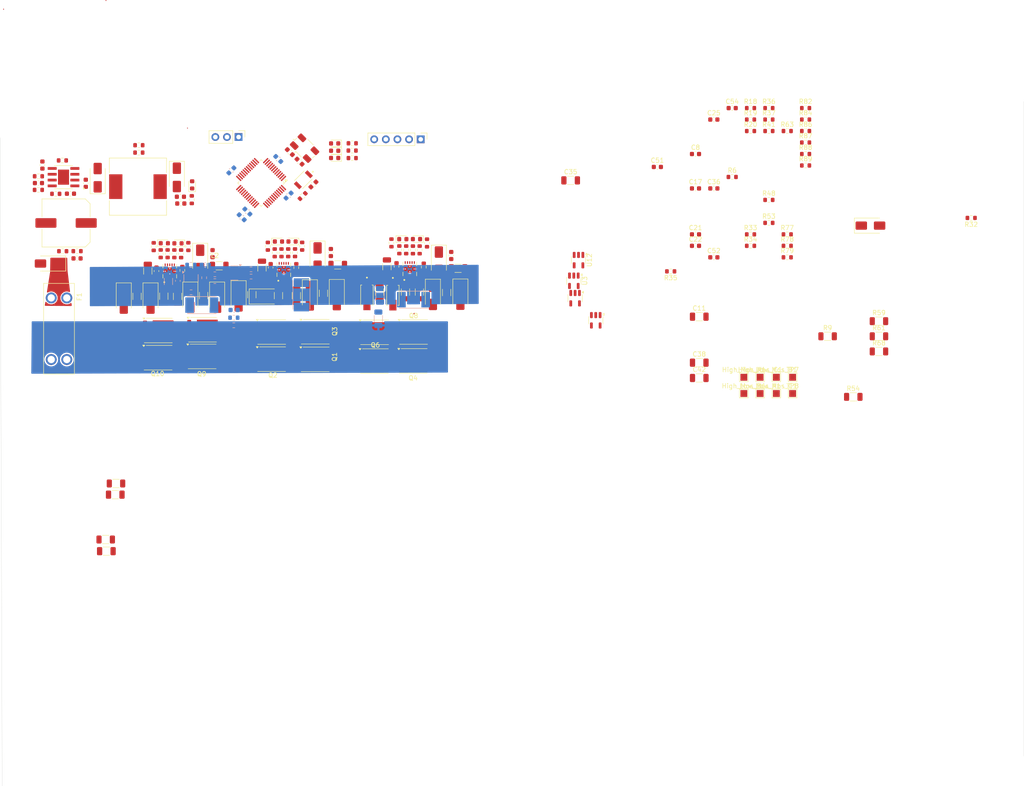
<source format=kicad_pcb>
(kicad_pcb (version 20241229) (generator "pcbnew") (generator_version "9.0")
  (layers (0 "F.Cu" signal) (2 "B.Cu" signal) (13 "F.Paste" user) (15 "B.Paste" user) (5 "F.SilkS" user "F.Silkscreen") (7 "B.SilkS" user "B.Silkscreen") (1 "F.Mask" user) (3 "B.Mask" user) (25 "Edge.Cuts" user))
  (net 0 "")
  (net 1 "VIN")
  (net 2 "GND")
  (net 3 "VCC")
  (net 4 "VPH_A")
  (net 5 "Net-(D2-K)")
  (net 6 "Phase_B_HO")
  (net 7 "Net-(D10-A)")
  (net 8 "+3v3")
  (net 9 "VSENSE_A")
  (net 11 "VISENSE_C")
  (net 12 "HIN_B")
  (net 13 "Net-(D11-K)")
  (net 15 "VISENSE_B")
  (net 17 "HIN_A")
  (net 18 "User_LED_2")
  (net 20 "User_LED_1")
  (net 21 "Net-(D7-A)")
  (net 22 "Net-(D12-A)")
  (net 24 "LIN_B")
  (net 25 "VSENSE_B")
  (net 27 "Net-(D5-A)")
  (net 29 "MCU_RST")
  (net 30 "User_UART_Rx")
  (net 32 "LIN_A")
  (net 33 "Phase_C_En")
  (net 34 "MCU_SWDIO")
  (net 35 "User_LED_3")
  (net 36 "HIN_C")
  (net 37 "VISENSE_A")
  (net 39 "MCU_SWCLK")
  (net 41 "Phase_A_En")
  (net 43 "VSENSE_C")
  (net 44 "Net-(D26-K)")
  (net 45 "Phase_B_En")
  (net 46 "Net-(C19-Pad2)")
  (net 47 "Net-(D4-K)")
  (net 48 "Net-(U12-+)")
  (net 49 "Net-(U12--)")
  (net 50 "Net-(D14-A)")
  (net 51 "Net-(D17-A)")
  (net 52 "VPH_C")
  (net 53 "Net-(D8-A)")
  (net 54 "VPH_B")
  (net 55 "Net-(U2-FB)")
  (net 56 "Net-(U2-EN)")
  (net 57 "Net-(U2-BST)")
  (net 58 "Net-(U2-FSW)")
  (net 59 "Net-(U2-SS)")
  (net 60 "Net-(U2-COMP)")
  (net 61 "Net-(U3-+)")
  (net 62 "Phase_C_HO")
  (net 63 "Net-(U7-+)")
  (net 64 "Net-(U7--)")
  (net 65 "Net-(U8-+)")
  (net 66 "Net-(R18-Pad2)")
  (net 67 "Net-(D13-A)")
  (net 68 "Net-(D16-A)")
  (net 69 "Phase_A_HO")
  (net 70 "Net-(D18-A)")
  (net 71 "Net-(D20-A)")
  (net 72 "Net-(D3-A)")
  (net 73 "Net-(Q1-S-Pad1)")
  (net 74 "Net-(D6-A)")
  (net 75 "Net-(Q4-S-Pad1)")
  (net 76 "Net-(Q11-S-Pad1)")
  (net 77 "I_SENSE_C")
  (net 78 "V_SENSE_C")
  (net 79 "Net-(R60-Pad2)")
  (net 80 "Net-(U1-PD0)")
  (net 81 "Net-(R82-Pad2)")
  (net 82 "Net-(U10--)")
  (net 83 "Net-(U10-+)")
  (net 84 "Net-(U11-+)")
  (net 85 "Net-(U1-PD1)")
  (net 86 "VCC_Sense")
  (net 87 "I_SENSE_A")
  (net 88 "V_SENSE_A")
  (net 89 "I_SENSE_B")
  (net 90 "V_SENSE_B")
  (net 91 "Phase_B_LO")
  (net 92 "Net-(D9-K)")
  (net 93 "+3V3")
  (net 94 "Net-(D19-K)")
  (net 95 "Net-(D21-K)")
  (net 96 "Net-(D22-K)")
  (net 97 "Net-(D23-K)")
  (net 98 "Net-(D24-K)")
  (net 99 "Net-(D25-K)")
  (net 100 "Net-(U5-HI)")
  (net 101 "Net-(U5-LI)")
  (net 102 "Net-(U6-HI)")
  (net 103 "Net-(U6-LI)")
  (net 104 "Phase_C_Opamp+")
  (net 105 "Phase_C_Opamp-")
  (net 106 "Vref_C")
  (net 107 "Phase_C_LO")
  (net 108 "Net-(U4-HI)")
  (net 109 "Net-(U4-LI)")
  (net 110 "Phase_A_LO")
  (net 111 "Phase_A_Opamp+")
  (net 112 "Phase_A_Opamp-")
  (net 113 "Vref_A")
  (net 114 "Net-(C42-Pad1)")
  (net 115 "Phase_B_Opamp+")
  (net 116 "Vref_b")
  (net 117 "Net-(C10-Pad1)")
  (net 118 "Net-(C11-Pad2)")
  (net 119 "Net-(C16-Pad2)")
  (net 120 "Net-(C38-Pad2)")
  (net 121 "Net-(C45-Pad1)")
  (net 122 "Net-(C53-Pad1)")
  (net 131 "Net-(D15-K)")
  (net 132 "Net-(D27-K)")
  (net 133 "Net-(D28-K)")
  (net 134 "Net-(D29-A)")
  (net 135 "LIN_C")
  (net 136 "MCU_GND")
  (net 137 "User_UART_Tx")
  (footprint "Diode_SMD:D_SMA" (layer "F.Cu") (at 72.95 57.9 -90)
    (property "Reference" "D20" (hide yes))
    (property "Value" "CDBA540-HF" (hide yes))
  )
  (footprint "Resistor_SMD:R_0603_1608Metric" (layer "F.Cu") (at 217.9225 46.29)
    (property "Reference" "R78")
    (property "Value" "1k_603")
  )
  (footprint "Resistor_SMD:R_0603_1608Metric" (layer "F.Cu") (at 110.37 47.8 -90)
    (property "Reference" "R13" (hide yes))
    (property "Value" "10k_603" (hide yes))
  )
  (footprint "Resistor_SMD:R_1206_3216Metric" (layer "F.Cu") (at 100.94 56.97 -90)
    (property "Reference" "R80" (hide yes))
    (property "Value" "22R_1206" (hide yes))
  )
  (footprint "Diode_SMD:D_SMA" (layer "F.Cu") (at 93.35 57.7125 -90)
    (property "Reference" "D14" (hide yes))
    (property "Value" "CDBA540-HF" (hide yes))
  )
  (footprint "Resistor_SMD:R_0603_1608Metric" (layer "F.Cu") (at 209.9025 16.17)
    (property "Reference" "R18")
    (property "Value" "56k_603")
  )
  (footprint "Capacitor_SMD:C_0603_1608Metric" (layer "F.Cu") (at 201.8825 33.74)
    (property "Reference" "C36")
    (property "Value" "100n_603")
  )
  (footprint "Package_TO_SOT_SMD:TDSON-8-1" (layer "F.Cu") (at 90.07 70.47)
    (property "Reference" "Q9")
    (property "Value" "FDMS86550" (hide yes))
  )
  (footprint "LED_SMD:LED_0603_1608Metric" (layer "F.Cu") (at 119.0325 23.9 180)
    (property "Reference" "D27" (hide yes))
    (property "Value" "Blue_LED" (hide yes))
  )
  (footprint "LED_SMD:LED_0603_1608Metric" (layer "F.Cu") (at 87.89 32.9625 90)
    (property "Reference" "D9" (hide yes))
    (property "Value" "PWR_LED" (hide yes))
  )
  (footprint "Package_TO_SOT_SMD:TDSON-8-1" (layer "F.Cu") (at 80.45 70.75)
    (property "Reference" "Q10")
    (property "Value" "FDMS86550" (hide yes))
  )
  (footprint "Resistor_SMD:R_0603_1608Metric" (layer "F.Cu") (at 76.25 24.29)
    (property "Reference" "R23" (hide yes))
    (property "Value" "10k_603" (hide yes))
  )
  (footprint "Diode_SMD:D_SMA" (layer "F.Cu") (at 56.75 50.16 180)
    (property "Reference" "D1" (hide yes))
    (property "Value" "CDBA540-HF" (hide yes))
  )
  (footprint "Capacitor_SMD:C_0603_1608Metric" (layer "F.Cu") (at 201.8825 18.68)
    (property "Reference" "C25")
    (property "Value" "100n")
  )
  (footprint "Package_TO_SOT_SMD:TDSON-8-1" (layer "F.Cu") (at 105.27 65.125)
    (property "Reference" "Q5" (hide yes))
    (property "Value" "FDMS86550" (hide yes))
  )
  (footprint "Diode_SMD:D_SMA" (layer "F.Cu") (at 146.5 57.05 -90)
    (property "Reference" "D8" (hide yes))
    (property "Value" "CDBA540-HF" (hide yes))
  )
  (footprint "Library:ES1J_Diode" (layer "F.Cu") (at 131.75 57.1125 -90)
    (property "Reference" "D7" (hide yes))
    (property "Value" "CDBA540-HF" (hide yes))
  )
  (footprint "LED_SMD:LED_0603_1608Metric" (layer "F.Cu") (at 136.91 44.815 180)
    (property "Reference" "D24" (hide yes))
    (property "Value" "Blue_LED" (hide yes))
  )
  (footprint "Capacitor_SMD:C_0603_1608Metric" (layer "F.Cu") (at 197.8725 43.78)
    (property "Reference" "C21")
    (property "Value" "100n_603")
  )
  (footprint "Diode_SMD:D_SMA" (layer "F.Cu") (at 84.55 31.32 -90)
    (property "Reference" "D29" (hide yes))
    (property "Value" "CDBA540-HF" (hide yes))
  )
  (footprint "Diode_SMD:D_SMA" (layer "F.Cu") (at 119.5 57.15 -90)
    (property "Reference" "D3" (hide yes))
    (property "Value" "CDBA540-HF" (hide yes))
  )
  (footprint "Capacitor_SMD:C_0603_1608Metric" (layer "F.Cu") (at 201.8825 48.8)
    (property "Reference" "C52")
    (property "Value" "100n_603")
  )
  (footprint "Resistor_SMD:R_0603_1608Metric" (layer "F.Cu") (at 108.88 47.805 -90)
    (property "Reference" "R10" (hide yes))
    (property "Value" "33R_603" (hide yes))
  )
  (footprint "Resistor_SMD:R_0603_1608Metric" (layer "F.Cu") (at 133.16 47.155 90)
    (property "Reference" "R5" (hide yes))
    (property "Value" "10k_603" (hide yes))
  )
  (footprint "Resistor_SMD:R_0603_1608Metric" (layer "F.Cu") (at 79.49 46.46 -90)
    (property "Reference" "R94" (hide yes))
    (property "Value" "1k_603" (hide yes))
  )
  (footprint "Package_TO_SOT_SMD:TDSON-8-1" (layer "F.Cu") (at 127.705 71.485)
    (property "Reference" "Q6")
    (property "Value" "FDMS86550" (hide yes))
  )
  (footprint "Library:UCC27282" (layer "F.Cu") (at 107.92 51.525 90)
    (property "Reference" "U6" (hide yes))
    (property "Value" "UCC27282DRCT" (hide yes))
  )
  (footprint "LED_SMD:LED_0603_1608Metric" (layer "F.Cu") (at 119.035 25.5 180)
    (property "Reference" "D28" (hide yes))
    (property "Value" "Green_LED" (hide yes))
  )
  (footprint "Resistor_SMD:R_0603_1608Metric" (layer "F.Cu") (at 217.9225 43.78)
    (property "Reference" "R77")
    (property "Value" "1k_603")
  )
  (footprint "Capacitor_SMD:C_0603_1608Metric" (layer "F.Cu") (at 54.305 32.565)
    (property "Reference" "C18" (hide yes))
    (property "Value" "100n_603" (hide yes))
  )
  (footprint "Resistor_SMD:R_1206_3216Metric" (layer "F.Cu") (at 116.58 56.66 -90)
    (property "Reference" "R30" (hide yes))
    (property "Value" "22R_1206" (hide yes))
  )
  (footprint "Resistor_SMD:R_1206_3216Metric" (layer "F.Cu") (at 237.9625 69.38)
    (property "Reference" "R68")
    (property "Value" "10k_1206")
  )
  (footprint "Resistor_SMD:R_0603_1608Metric" (layer "F.Cu") (at 59.61 47.46)
    (property "Reference" "R1" (hide yes))
    (property "Value" "47k_603" (hide yes))
  )
  (footprint "Resistor_SMD:R_0603_1608Metric" (layer "F.Cu") (at 213.9125 41.27)
    (property "Reference" "R53")
    (property "Value" "10k_603")
  )
  (footprint "Capacitor_SMD:C_1206_3216Metric" (layer "F.Cu") (at 93.8 50.65)
    (property "Reference" "C2" (hide yes))
    (property "Value" "2.2u" (hide yes))
  )
  (footprint "Resistor_SMD:R_0603_1608Metric" (layer "F.Cu") (at 87.06 46.445 -90)
    (property "Reference" "R93" (hide yes))
    (property "Value" "1k_603" (hide yes))
  )
  (footprint "Library:AOZ12894pı" (layer "F.Cu") (at 59.785 31.275 180)
    (property "Reference" "U2" (hide yes))
    (property "Value" "AOZ1284PI" (hide yes))
  )
  (footprint "Capacitor_SMD:C_1206_3216Metric" (layer "F.Cu") (at 69.145 113.05)
    (property "Reference" "C16" (hide yes))
    (property "Value" "C_Snubber" (hide yes))
  )
  (footprint "TestPoint:TestPoint_Pad_1.5x1.5mm" (layer "F.Cu") (at 211.9925 78.58)
    (property "Reference" "Low_Mos_A1")
    (property "Value" "TestPoint")
  )
  (footprint "Package_TO_SOT_SMD:TDSON-8-1" (layer "F.Cu") (at 114.77 71.11)
    (property "Reference" "Q1")
    (property "Value" "FDMS86550" (hide yes))
  )
  (footprint "Resistor_SMD:R_1206_3216Metric" (layer "F.Cu") (at 137.55 56.4 -90)
    (property "Reference" "R15" (hide yes))
    (property "Value" "22R_1206" (hide yes))
  )
  (footprint "Resistor_SMD:R_0603_1608Metric" (layer "F.Cu") (at 213.9125 36.25)
    (property "Reference" "R48")
    (property "Value" "10k_603")
  )
  (footprint "Capacitor_SMD:C_0603_1608Metric" (layer "F.Cu") (at 55.17 28.63 -90)
    (property "Reference" "C19" (hide yes))
    (property "Value" "1n_603" (hide yes))
  )
  (footprint "Diode_SMD:D_SMA" (layer "F.Cu") (at 236.1025 41.87)
    (property "Reference" "D10" (hide yes))
    (property "Value" "CDBA540-HF" (hide yes))
  )
  (footprint "Resistor_SMD:R_0603_1608Metric" (layer "F.Cu") (at 221.9325 16.17)
    (property "Reference" "R82")
    (property "Value" "56k_603")
  )
  (footprint "Capacitor_SMD:C_0603_1608Metric" (layer "F.Cu") (at 205.8925 16.17)
    (property "Reference" "C54")
    (property "Value" "10n_603")
  )
  (footprint "Library:FUSE_3557-2" (layer "F.Cu") (at 58.8 64.415 -90)
    (property "Reference" "F1")
    (property "Value" "Fuse")
  )
  (footprint "Resistor_SMD:R_0603_1608Metric" (layer "F.Cu") (at 110.65 51.06 -90)
    (property "Reference" "R12" (hide yes))
    (property "Value" "10k_603" (hide yes))
  )
  (footprint "Diode_SMD:D_SMA" (layer "F.Cu") (at 98.04 57.42 -90)
    (property "Reference" "D18" (hide yes))
    (property "Value" "CDBA540-HF" (hide yes))
  )
  (footprint "LED_SMD:LED_0603_1608Metric" (layer "F.Cu") (at 119.0275 27.08 180)
    (property "Reference" "D15" (hide yes))
    (property "Value" "Red_LED" (hide yes))
  )
  (footprint "Resistor_SMD:R_1206_3216Metric" (layer "F.Cu") (at 81.7 57.3 -90)
    (property "Reference" "R50" (hide yes))
    (property "Value" "22R_1206" (hide yes))
  )
  (footprint "TestPoint:TestPoint_Pad_1.5x1.5mm" (layer "F.Cu") (at 211.9925 75.03)
    (property "Reference" "High_Mos_C1")
    (property "Value" "TestPoint")
  )
  (footprint "Capacitor_SMD:C_0603_1608Metric" (layer "F.Cu") (at 109.235685 25.802742 -45)
    (property "Reference" "C28" (hide yes))
    (property "Value" "22p" (hide yes))
  )
  (footprint "TestPoint:TestPoint_Pad_1.5x1.5mm" (layer "F.Cu") (at 219.0925 75.03)
    (property "Reference" "TP7")
    (property "Value" "TestPoint")
  )
  (footprint "Capacitor_SMD:C_0603_1608Metric" (layer "F.Cu") (at 111.355685 27.882742 135)
    (property "Reference" "C27" (hide yes))
    (property "Value" "22p" (hide yes))
  )
  (footprint "Resistor_SMD:R_1206_3216Metric" (layer "F.Cu") (at 128.85 56.4 -90)
    (property "Reference" "R39" (hide yes))
    (property "Value" "22R_1206" (hide yes))
  )
  (footprint "Capacitor_SMD:C_1206_3216Metric" (layer "F.Cu") (at 119.7 50.45)
    (property "Reference" "C12" (hide yes))
    (property "Value" "2.2u_1206" (hide yes))
  )
  (footprint "Capacitor_SMD:C_1206_3216Metric" (layer "F.Cu") (at 170.5925 31.98)
    (property "Reference" "C35")
    (property "Value" "1u_603")
  )
  (footprint "Resistor_SMD:R_0603_1608Metric" (layer "F.Cu") (at 221.9325 23.7)
    (property "Reference" "R87")
    (property "Value" "10k_603")
  )
  (footprint "Diode_SMD:D_SMA" (layer "F.Cu") (at 67.25 31.3875 90)
    (property "Reference" "D11" (hide yes))
    (property "Value" "CDBA540-HF" (hide yes))
  )
  (footprint "Capacitor_SMD:C_1206_3216Metric" (layer "F.Cu") (at 103.15 51.125 90)
    (property "Reference" "C14" (hide yes))
    (property "Value" "4.7u_1206" (hide yes))
  )
  (footprint "Capacitor_SMD:C_0603_1608Metric" (layer "F.Cu") (at 64.65 32.61 -90)
    (property "Reference" "C34" (hide yes))
    (property "Value" "100n_603" (hide yes))
  )
  (footprint "Capacitor_SMD:C_1206_3216Metric" (layer "F.Cu") (at 146 51.2)
    (property "Reference" "C31" (hide yes))
    (property "Value" "2.2u_1206" (hide yes))
  )
  (footprint "Library:ES1J_Diode" (layer "F.Cu") (at 126.08 57.05 -90)
    (property "Reference" "D13" (hide yes))
    (property "Value" "CDBA540-HF" (hide yes))
  )
  (footprint "Resistor_SMD:R_1206_3216Metric" (layer "F.Cu") (at 71.25 98.25)
    (property "Reference" "R85" (hide yes))
    (property "Value" "R_Snubber_603" (hide yes))
  )
  (footprint "Resistor_SMD:R_1206_3216Metric" (layer "F.Cu") (at 232.3525 79.31)
    (property "Reference" "R54")
    (property "Value" "10k_1206")
  )
  (footprint "Resistor_SMD:R_1206_3216Metric" (layer "F.Cu") (at 237.9625 62.76)
    (property "Reference" "R59")
    (property "Value" "R_Snubber")
  )
  (footprint "Capacitor_SMD:C_0603_1608Metric" (layer "F.Cu") (at 114.39 32.87 45)
    (property "Reference" "C43" (hide yes))
    (property "Value" "100nF_603" (hide yes))
  )
  (footprint "Capacitor_SMD:C_0603_1608Metric" (layer "F.Cu") (at 197.8725 46.29)
    (property "Reference" "C22")
    (property "Value" "10n_603")
  )
  (footprint "Package_TO_SOT_SMD:TDSON-8-1" (layer "F.Cu") (at 127.755 65.195)
    (property "Reference" "Q7" (hide yes))
    (property "Value" "FDMS86550" (hide yes))
  )
  (footprint "Package_TO_SOT_SMD:TDSON-8-1" (layer "F.Cu") (at 105.25 71.07)
    (property "Reference" "Q2")
    (property "Value" "FDMS86550" (hide yes))
  )
  (footprint "Resistor_SMD:R_1206_3216Metric" (layer "F.Cu") (at 134.5 56.4 -90)
    (property "Reference" "R22" (hide yes))
    (property "Value" "22R_1206" (hide yes))
  )
  (footprint "Resistor_SMD:R_0603_1608Metric" (layer "F.Cu") (at 105.93 47.815 -90)
    (property "Reference" "R14" (hide yes))
    (property "Value" "10k_603" (hide yes))
  )
  (footprint "Capacitor_SMD:C_1206_3216Metric" (layer "F.Cu") (at 130.45 50.85 90)
    (property "Reference" "C4" (hide yes))
    (property "Value" "4.7u_1206" (hide yes))
  )
  (footprint "Resistor_SMD:R_0603_1608Metric" (layer "F.Cu") (at 81.02 48.015 -90)
    (property "Reference" "R46" (hide yes))
    (property "Value" "10k_603" (hide yes))
  )
  (footprint "Resistor_SMD:R_0603_1608Metric" (layer "F.Cu") (at 62.75 47.45)
    (property "Reference" "R2" (hide yes))
    (property "Value" "4.7k_603" (hide yes))
  )
  (footprint "Resistor_SMD:R_0603_1608Metric" (layer "F.Cu") (at 122.87 23.87)
    (property "Reference" "R68" (hide yes))
    (property "Value" "1k_603" (hide yes))
  )
  (footprint "Diode_SMD:D_SMA" (layer "F.Cu") (at 89.65 49.25 -90)
    (property "Reference" "D4" (hide yes))
    (property "Value" "CDBA540-HF" (hide yes))
  )
  (footprint "LED_SMD:LED_0603_1608Metric" (layer "F.Cu") (at 81.81 45.725)
    (property "Reference" "D21" (hide yes))
    (property "Value" "Red_LED" (hide yes))
  )
  (footprint "Resistor_SMD:R_1206_3216Metric" (layer "F.Cu") (at 237.9625 66.07)
    (property "Reference" "R61")
    (property "Value" "10k_1206")
  )
  (footprint "Capacitor_SMD:C_0603_1608Metric" (layer "F.Cu") (at 85.41 37.04)
    (property "Reference" "C33" (hide yes))
    (property "Value" "47u_603" (hide yes))
  )
  (footprint "Resistor_SMD:R_1206_3216Metric" (layer "F.Cu") (at 75.85 57.3375 -90)
    (property "Reference" "R58" (hide yes))
    (property "Value" "22R_1206" (hide yes))
  )
  (footprint "Library:B3U-1000P" (layer "F.Cu") (at 112.19 31.85 -135)
    (property "Reference" "S8" (hide yes))
    (property "Value" "MCU RESET" (hide yes))
  )
  (footprint "Capacitor_SMD:C_0603_1608Metric" (layer "F.Cu") (at 144.5 48.4 90)
    (property "Reference" "C3" (hide yes))
    (property "Value" "100n_603" (hide yes))
  )
  (footprint "Diode_SMD:D_SMA" (layer "F.Cu") (at 113.61 57.21 -90)
    (property "Reference" "D6" (hide yes))
    (property "Value" "CDBA540-HF" (hide yes))
  )
  (footprint "Resistor_SMD:R_0603_1608Metric" (layer "F.Cu") (at 213.9125 21.19)
    (property "Reference" "R41")
    (property "Value" "10k_603")
  )
  (footprint "Resistor_SMD:R_0603_1608Metric" (layer "F.Cu") (at 122.85 25.46)
    (property "Reference" "R90" (hide yes))
    (property "Value" "1k_603" (hide yes))
  )
  (footprint "Diode_SMD:D_SMA" (layer "F.Cu") (at 140.5 57.1 -90)
    (property "Reference" "D12" (hide yes))
    (property "Value" "CDBA540-HF" (hide yes))
  )
  (footprint "Package_TO_SOT_SMD:TDSON-8-1" (layer "F.Cu") (at 136.18 71.45)
    (property "Reference" "Q4")
    (property "Value" "FDMS86550" (hide yes))
  )
  (footprint "Capacitor_SMD:C_Elec_10x10.2" (layer "F.Cu") (at 60.34 41.29 180)
    (property "Reference" "C1" (hide yes))
    (property "Value" "220uF_Electrolyt" (hide yes))
  )
  (footprint "Resistor_SMD:R_0603_1608Metric" (layer "F.Cu") (at 122.8625 27.1)
    (property "Reference" "R7" (hide yes))
    (property "Value" "1k_603" (hide yes))
  )
  (footprint "Capacitor_SMD:C_0603_1608Metric" (layer "F.Cu") (at 197.8725 26.21)
    (property "Reference" "C8")
    (property "Value" "100n_603")
  )
  (footprint "Capacitor_SMD:C_0603_1608Metric" (layer "F.Cu") (at 62.74 49.04)
    (property "Reference" "C29" (hide yes))
    (property "Value" "10n_603" (hide yes))
  )
  (footprint "Capacitor_SMD:C_0603_1608Metric" (layer "F.Cu") (at 189.5425 29.04)
    (property "Reference" "C51")
    (property "Value" "1u_603")
  )
  (footprint "TestPoint:TestPoint_Pad_1.5x1.5mm" (layer "F.Cu") (at 208.4425 75.03)
    (property "Reference" "High_Mos_A1")
    (property "Value" "TestPoint")
  )
  (footprint "Resistor_SMD:R_0603_1608Metric" (layer "F.Cu") (at 221.9325 26.21)
    (property "Reference" "R88")
    (property "Value" "10k_603")
  )
  (footprint "Resistor_SMD:R_1206_3216Metric" (layer "F.Cu") (at 84.7 57.35 -90)
    (property "Reference" "R51" (hide yes))
    (property "Value" "22R_1206" (hide yes))
  )
  (footprint "Diode_SMD:D_SMA" (layer "F.Cu") (at 87.5 57.7125 -90)
    (property "Reference" "D17" (hide yes))
    (property "Value" "CDBA540-HF" (hide yes))
  )
  (footprint "Diode_SMD:D_SMA" (layer "F.Cu") (at 141.8 49.65 -90)
    (property "Reference" "D2" (hide yes))
    (property "Value" "CDBA540-HF" (hide yes))
  )
  (footprint "LED_SMD:LED_0603_1608Metric" (layer "F.Cu") (at 84.792499 45.745 180)
    (property "Reference" "D19" (hide yes))
    (property "Value" "Blue_LED" (hide yes))
  )
  (footprint "Resistor_SMD:R_0603_1608Metric" (layer "F.Cu") (at 221.9325 18.68)
    (property "Reference" "R84")
    (property "Value" "47R_603")
  )
  (footprint "Resistor_SMD:R_0603_1608Metric" (layer "F.Cu") (at 139.21 45.665 -90)
    (property "Reference" "R69" (hide yes))
    (property "Value" "1k_603" (hide yes))
  )
  (footprint "Resistor_SMD:R_0603_1608Metric" (layer "F.Cu") (at 85.48 48.035 -90)
    (property "Reference" "R45" (hide yes))
    (property "Value" "10k_603" (hide yes))
  )
  (footprint "Resistor_SMD:R_1206_3216Metric" (layer "F.Cu") (at 226.7425 66.07)
    (property "Reference" "R9")
    (property "Value" "R_Snubber")
  )
  (footprint "TestPoint:TestPoint_Pad_1.5x1.5mm" (layer "F.Cu") (at 208.4425 78.58)
    (property "Reference" "High_Mos_B1")
    (property "Value" "TestPoint")
  )
  (footprint "Resistor_SMD:R_0603_1608Metric" (layer "F.Cu") (at 221.9325 28.72)
    (property "Reference" "R89")
    (property "Value" "1k_603")
  )
  (footprint "Resistor_SMD:R_0603_1608Metric" (layer "F.Cu") (at 209.9025 46.29)
    (property "Reference" "R34")
    (property "Value" "1k_603")
  )
  (footprint "Package_TO_SOT_SMD:SOT-23-5" (layer "F.Cu") (at 171.29 53.9325 -90)
    (property "Reference" "U3")
    (property "Value" "TLV9061xDBV" (hide yes))
  )
  (footprint "Diode_SMD:D_SMA" (layer "F.Cu") (at 115.3 48.75 -90)
    (property "Reference" "D26" (hide yes))
    (property "Value" "CDBA540-HF" (hide yes))
  )
  (footprint "Resistor_SMD:R_1206_3216Metric" (layer "F.Cu") (at 90.4 57.1625 -90)
    (property "Reference" "R47" (hide yes))
    (property "Value" "22R_1206" (hide yes))
  )
  (footprint "Resistor_SMD:R_0603_1608Metric" (layer "F.Cu") (at 112.0375 35.4 45)
    (property "Reference" "R52" (hide yes))
    (property "Value" "10K_603" (hide yes))
  )
  (footprint "Capacitor_SMD:C_0603_1608Metric" (layer "F.Cu") (at 105.05 51.05 90)
    (property "Reference" "C15" (hide yes))
    (property "Value" "100n_603" (hide yes))
  )
  (footprint "Connector_PinHeader_2.54mm:PinHeader_1x05_P2.54mm_Vertical" (layer "F.Cu") (at 137.83 23 -90)
    (property "Reference" "J1" (hide yes))
    (property "Value" "Conn_01x05_Socket" (hide yes))
  )
  (footprint "Package_TO_SOT_SMD:SOT-23-5" (layer "F.Cu") (at 172.3125 49.42 -90)
    (property "Reference" "U12")
    (property "Value" "TLV9061xDBV" (hide yes))
  )
  (footprint "LED_SMD:LED_0603_1608Metric" (layer "F.Cu") (at 106.75 45.35)
    (property "Reference" "D25" (hide yes))
    (property "Value" "Red_LED" (hide yes))
  )
  (footprint "Resistor_SMD:R_0603_1608Metric" (layer "F.Cu") (at 58.09 34.92 180)
    (property "Reference" "R24" (hide yes))
    (property "Value" "110k_603" (hide yes))
  )
  (footprint "Capacitor_SMD:C_1206_3216Metric" (layer "F.Cu") (at 71.09 100.69)
    (property "Reference" "C53" (hide yes))
    (property "Value" "C_Snubber_603" (hide yes))
  )
  (footprint "TestPoint:TestPoint_Pad_1.5x1.5mm" (layer "F.Cu") (at 215.5425 75.03)
    (property "Reference" "Low_Mos_B1")
    (property "Value" "TestPoint")
  )
  (footprint "Capacitor_SMD:C_0603_1608Metric" (layer "F.Cu") (at 80.1 51.8 90)
    (property "Reference" "C37" (hide yes))
    (property "Value" "100n_603" (hide yes))
  )
  (footprint "Resistor_SMD:R_0603_1608Metric" (layer "F.Cu") (at 84 48.025 -90)
    (property "Reference" "R42" (hide yes))
    (property "Value" "22R_603" (hide yes))
  )
  (footprint "Capacitor_SMD:C_0603_1608Metric" (layer "F.Cu") (at 132.55 50.85 90)
    (property "Reference" "C5" (hide yes))
    (property "Value" "100n_603" (hide yes))
  )
  (footprint "Resistor_SMD:R_0603_1608Metric" (layer "F.Cu") (at 192.4575 51.87 180)
    (property "Reference" "R35")
    (property "Value" "56k_603")
  )
  (footprint "Capacitor_SMD:C_1206_3216Metric" (layer "F.Cu") (at 78.2 51.8 90)
    (property "Reference" "C30" (hide yes))
    (property "Value" "4.7u_Electrolyt" (hide yes))
  )
  (footprint "Library:UCC27282" (layer "F.Cu") (at 83 51.85 90)
    (property "Reference" "U4" (hide yes))
    (property "Value" "UCC27282DRCT" (hide yes))
  )
  (footprint "Resistor_SMD:R_0603_1608Metric" (layer "F.Cu") (at 217.9225 48.8)
    (property "Reference" "R79")
    (property "Value" "56k_603")
  )
  (footprint "Capacitor_SMD:C_0603_1608Metric" (layer "F.Cu") (at 92.35 48 90)
    (property "Reference" "C20" (hide yes))
    (property "Value" "100n_603" (hide yes))
  )
  (footprint "Resistor_SMD:R_1206_3216Metric" (layer "F.Cu") (at 110.66 57.18 -90)
    (property "Reference" "R74" (hide yes))
    (property "Value" "22R_1206" (hide yes))
  )
  (footprint "Capacitor_SMD:C_0603_1608Metric" (layer "F.Cu") (at 61.3 34.89)
    (property "Reference" "C9" (hide yes))
    (property "Value" "100n_603" (hide yes))
  )
  (footprint "TestPoint:TestPoint_Pad_1.5x1.5mm" (layer "F.Cu") (at 219.0925 78.58)
    (property "Reference" "TP8")
    (property "Value" "TestPoint")
  )
  (footprint "Resistor_SMD:R_0603_1608Metric" (layer "F.Cu") (at 76.245 25.905 180)
    (property "Reference" "R16" (hide yes))
    (property "Value" "31.6k_603" (hide yes))
  )
  (footprint "Resistor_SMD:R_0603_1608Metric" (layer "F.Cu") (at 54.3 31.08 180)
    (property "Reference" "R27" (hide yes))
    (property "Value" "37k4_603" (hide yes))
  )
  (footprint "Package_QFP:LQFP-48_7x7mm_P0.5mm" (layer "F.Cu") (at 102.96 32.55 -135)
    (property "Reference" "U1" (hide yes))
    (property "Value" "STM32F103C8Tx" (hide yes))
  )
  (footprint "Resistor_SMD:R_0603_1608Metric" (layer "F.Cu") (at 209.9025 43.78)
    (property "Reference" "R33")
    (property "Value" "1k_603")
  )
  (footprint "Resistor_SMD:R_0603_1608Metric" (layer "F.Cu") (at 134.66 47.165 -90)
    (property "Reference" "R29" (hide yes))
    (property "Value" "22R_603" (hide yes))
  )
  (footprint "Resistor_SMD:R_0603_1608Metric" (layer "F.Cu") (at 221.9325 21.19)
    (property "Reference" "R86")
    (property "Value" "10k_603")
  )
  (footprint "Package_TO_SOT_SMD:TDSON-8-1" (layer "F.Cu") (at 114.8 65.07)
    (property "Reference" "Q3")
    (property "Value" "FDMS86550" (hide yes))
  )
  (footprint "TestPoint:TestPoint_Pad_1.5x1.5mm" (layer "F.Cu") (at 215.5425 78.58)
    (property "Reference" "Low_Mos_C1")
    (property "Value" "TestPoint")
  )
  (footprint "Resistor_SMD:R_0603_1608Metric" (layer "F.Cu") (at 258.115 40.19 180)
    (property "Reference" "R32")
    (property "Value" "10k_603")
  )
  (footprint "Capacitor_SMD:C_0603_1608Metric" (layer "F.Cu") (at 85.325 35.56)
    (property "Reference" "C32" (hide yes))
    (property "Value" "10u_603" (hide yes))
  )
  (footprint "Package_TO_SOT_SMD:TDSON-8-1" (layer "F.Cu") (at 90.15 64.635)
    (property "Reference" "Q11" (hide yes))
    (property "Value" "FDMS86550" (hide yes))
  )
  (footprint "Resistor_SMD:R_0603_1608Metric" (layer "F.Cu") (at 85.75 51.65 -90)
    (property "Reference" "R44" (hide yes))
    (property "Value" "10k_603" (hide yes))
  )
  (footprint "Capacitor_SMD:C_1206_3216Metric" (layer "F.Cu") (at 198.6925 75.18)
    (property "Reference" "C42")
    (property "Value" "C_Snubber_603")
  )
  (footprint "Diode_SMD:D_SMA" (layer "F.Cu") (at 103.87 57.3625)
    (property "Reference" "D5" (hide yes))
    (property "Value" "CDBA540-HF" (hide yes))
  )
  (footprint "Resistor_SMD:R_1206_3216Metric" (layer "F.Cu") (at 106.75 57.18 -90)
    (property "Reference" "R73" (hide yes))
    (property "Value" "22R_1206" (hide yes))
  )
  (footprint "Resistor_SMD:R_0603_1608Metric" (layer "F.Cu") (at 213.9125 16.17)
    (property "Reference" "R36")
    (property "Value" "10k_603")
  )
  (footprint "Resistor_SMD:R_0603_1608Metric" (layer "F.Cu") (at 87.81 36.19 -90)
    (property "Reference" "R21" (hide yes))
    (property "Value" "1k_603" (hide yes))
  )
  (footprint "Capacitor_SMD:C_1206_3216Metric" (layer "F.Cu") (at 198.6925 61.78)
    (property "Reference" "C11")
    (property "Value" "C_Snubber")
  )
  (footprint "Resistor_SMD:R_0603_1608Metric" (layer "F.Cu") (at 136.13 47.175 -90)
    (property "Reference" "R17" (hide yes))
    (property "Value" "22R_603" (hide yes))
  )
  (footprint "Crystal:Crystal_SMD_Abracon_ABM3B-4Pin_5.0x3.2mm" (layer "F.Cu") (at 112.45 24.94 -45)
    (property "Reference" "Y1" (hide yes))
    (property "Value" "8Mhz" (hide yes))
  )
  (footprint "Package_TO_SOT_SMD:SOT-23-5" (layer "F.Cu") (at 171.57 57.7375 -90)
    (property "Reference" "U10" (hide yes))
    (property "Value" "TLV9061xDBV" (hide yes))
  )
  (footprint "LED_SMD:LED_0603_1608Metric" (layer "F.Cu") (at 109.72 45.35 180)
    (property "Reference" "D23" (hide yes))
    (property "Value" "Blue_LED" (hide yes))
  )
  (footprint "Resistor_SMD:R_0603_1608Metric" (layer "F.Cu") (at 104.43 46.375 -90)
    (property "Reference" "R91" (hide yes))
    (property "Value" "1k_603" (hide yes))
  )
  (footprint "Connector_PinHeader_2.54mm:PinHeader_1x03_P2.54mm_Vertical" (layer "F.Cu") (at 98.04 22.5 -90)
    (property "Reference" "J2" (hide yes))
    (property "Value" "Conn_01x03_Socket" (hide yes))
  )
  (footprint "Resistor_SMD:R_0603_1608Metric" (layer "F.Cu") (at 138.5 50.95 -90)
    (property "Reference" "R3" (hide yes))
    (property "Value" "10k_603" (hide yes))
  )
  (footprint "Resistor_SMD:R_0603_1608Metric" (layer "F.Cu") (at 217.9225 21.19)
    (property "Reference" "R63")
    (property "Value" "R_Snubber_603")
  )
  (footprint "Resistor_SMD:R_0603_1608Metric" (layer "F.Cu") (at 209.9025 18.68)
    (property "Reference" "R19")
    (property "Value" "10k_603")
  )
  (footprint "Resistor_SMD:R_0603_1608Metric" (layer "F.Cu") (at 82.53 48.015 -90)
    (property "Reference" "R43" (hide yes))
    (property "Value" "22R_603" (hide yes))
  )
  (footprint "Resistor_SMD:R_0603_1608Metric" (layer "F.Cu") (at 205.8925 31.23)
    (property "Reference" "R6")
    (property "Value" "47R_603")
  )
  (footprint "Package_TO_SOT_SMD:TDSON-8-1" (layer "F.Cu") (at 80.49 64.8)
    (property "Reference" "Q12" (hide yes))
    (property "Value" "FDMS86550" (hide yes))
  )
  (footprint "Resistor_SMD:R_0603_1608Metric" (layer "F.Cu") (at 111.93 46.37 -90)
    (property "Reference" "R92" (hide yes))
    (property "Value" "1k_603" (hide yes))
  )
  (footprint "Package_TO_SOT_SMD:SOT-23-5" (layer "F.Cu") (at 176.08 62.57 -90)
    (property "Reference" "U11" (hide yes))
    (property "Value" "TLV9061xDBV" (hide yes))
  )
  (footprint "Resistor_SMD:R_0603_1608Metric" (layer "F.Cu") (at 209.9025 21.19)
    (property "Reference" "R20")
    (property "Value" "1k_603")
  )
  (footprint "Library:SSR1210-330M" (layer "F.Cu") (at 76.05 33.35)
    (property "Reference" "L2")
    (property "Value" "33uH" (hide yes))
  )
  (footprint "Diode_SMD:D_SMA" (layer "F.Cu") (at 78.8 57.9 -90)
    (property "Reference" "D16" (hide yes))
    (property "Value" "CDBA540-HF" (hide yes))
  )
  (footprint "Resistor_SMD:R_0603_1608Metric" (layer "F.Cu") (at 54.29 34.06 180)
    (property "Reference" "R25" (hide yes))
    (property "Value" "10k_603" (hide yes))
  )
  (footprint "Resistor_SMD:R_0603_1608Metric" (layer "F.Cu") (at 131.44 45.645 -90)
    (property "Reference" "R70" (hide yes))
    (property "Value" "1k_603" (hide yes))
  )
  (footprint "Capacitor_SMD:C_1206_3216Metric" (layer "F.Cu") (at 198.6925 71.83)
    (property "Reference" "C38")
    (property "Value" "C_Snubber")
  )
  (footprint "Capacitor_SMD:C_0603_1608Metric" (layer "F.Cu") (at 197.8725 33.74)
    (property "Reference" "C17")
    (property "Value" "100n_603")
  )
  (footprint "Resistor_SMD:R_0603_1608Metric" (layer "F.Cu") (at 213.9125 18.68)
    (property "Reference" "R37")
    (property "Value" "10k_603")
  )
  (footprint "Resistor_SMD:R_0603_1608Metric" (layer "F.Cu") (at 107.41 47.81 -90)
    (property "Reference" "R11" (hide yes))
    (property "Value" "33R_603" (hide yes))
  )
  (footprint "Resistor_SMD:R_0603_1608Metric" (layer "F.Cu") (at 137.6 47.175 90)
    (property "Reference" "R4" (hide yes))
    (property "Value" "10k_603" (hide yes))
  )
  (footprint "Resistor_SMD:R_1206_3216Metric" (layer "F.Cu") (at 69 110.5)
    (property "Reference" "R81" (hide yes))
    (property "Value" "R_Snubber" (hide yes))
  )
  (footprint "Resistor_SMD:R_0603_1608Metric" (layer "F.Cu") (at 59.54 27.62 180)
    (property "Reference" "R26" (hide yes))
    (property "Value" "10k_603" (hide yes))
  )
  (footprint "Capacitor_SMD:C_0603_1608Metric" (layer "F.Cu") (at 118.2 47.75 90)
    (property "Reference" "C13" (hide yes))
    (property "Value" "100n_603" (hide yes))
  )
  (footprint "Resistor_SMD:R_1206_3216Metric" (layer "F.Cu") (at 143.5 56.5 -90)
    (property "Reference" "R38" (hide yes))
    (property "Value" "22R_1206" (hide yes))
  )
  (footprint "Library:UCC27282" (layer "F.Cu") (at 135.45 51.35 90)
    (property "Reference" "U5" (hide yes))
    (property "Value" "UCC27282DRCT" (hide yes))
  )
  (footprint "LED_SMD:LED_0603_1608Metric" (layer "F.Cu") (at 133.92 44.825)
    (property "Reference" "D22" (hide yes))
    (property "Value" "Red_LED" (hide yes))
  )
  (footprint "Package_TO_SOT_SMD:TDSON-8-1" (layer "F.Cu") (at 136.27 65.125)
    (property "Reference" "Q8")
    (property "Value" "FDMS86550" (hide yes))
  )
  (footprint "Package_TO_SOT_SMD:SOT-23-5" (layer "B.Cu") (at 97.1025 52.23 180)
    (property "Reference" "U8" (hide yes))
    (property "Value" "TLV9061xDBV" (hide yes))
  )
  (footprint "Resistor_SMD:R_0603_1608Metric" (layer "B.Cu") (at 87.66 56.44)
    (property "Reference" "R56" (hide yes))
    (property "Value" "1k_603" (hide yes))
  )
  (footprint "Resistor_SMD:R_0603_1608Metric" (layer "B.Cu") (at 100.755 51.43)
    (property "Reference" "R65" (hide yes))
    (property "Value" "10k_603" (hide yes))
  )
  (footprint "Capacitor_SMD:C_0603_1608Metric" (layer "B.Cu") (at 90.75 50.46)
    (property "Reference" "C41" (hide yes))
    (property "Value" "100n_603" (hide yes))
  )
  (footprint "Capacitor_SMD:C_0603_1608Metric" (layer "B.Cu") (at 106.71 27.3 -45)
    (property "Reference" "C7" (hide yes))
    (property "Value" "100n" (hide yes))
  )
  (footprint "Resistor_SMD:R_0603_1608Metric" (layer "B.Cu") (at 90.52 53.27 90)
    (property "Reference" "R60" (hide yes))
    (property "Value" "56k_603" (hide yes))
  )
  (footprint "Capacitor_SMD:C_0603_1608Metric" (layer "B.Cu") (at 108.96 35.3 -135)
    (property "Reference" "C6" (hide yes))
    (property "Value" "100n" (hide yes))
  )
  (footprint "Capacitor_SMD:C_1206_3216Metric" (layer "B.Cu") (at 128.93 57.11 -90)
    (property "Reference" "C10" (hide yes))
    (property "Value" "C_Snubber_603" (hide yes))
  )
  (footprint "Library:BVT _2512_Shunt" (layer "B.Cu") (at 90 59.25)
    (property "Reference" "R49" (hide yes))
    (property "Value" "1mR_3920_5W" (hide yes))
  )
  (footprint "Resistor_SMD:R_0603_1608Metric" (layer "B.Cu") (at 92.855 54.01 180)
    (property "Reference" "R55" (hide yes))
    (property "Value" "1k_603" (hide yes))
  )
  (footprint "Capacitor_SMD:C_0603_1608Metric" (layer "B.Cu") (at 97.065 60.31 180)
    (property "Reference" "C44" (hide yes))
    (property "Value" "10n_603" (hide yes))
  )
  (footprint "Capacitor_SMD:C_0603_1608Metric" (layer "B.Cu") (at 98.71 40.05 135)
    (property "Reference" "C26" (hide yes))
    (property "Value" "10u" (hide yes))
  )
  (footprint "Capacitor_SMD:C_0603_1608Metric" (layer "B.Cu") (at 96.46 29.8 45)
    (property "Reference" "C24" (hide yes))
    (property "Value" "100n" (hide yes))
  )
  (footprint "Resistor_SMD:R_0603_1608Metric" (layer "B.Cu") (at 100.76619 53.01 180)
    (property "Reference" "R64" (hide yes))
    (property "Value" "10k_603" (hide yes))
  )
  (footprint "Resistor_SMD:R_0603_1608Metric" (layer "B.Cu") (at 92.855 52.51)
    (property "Reference" "R57" (hide yes))
    (property "Value" "56k_603" (hide yes))
  )
  (footprint "Library:BVT _2512_Shunt" (layer "B.Cu") (at 136.27 58.06)
    (property "Reference" "R28" (hide yes))
    (property "Value" "1mR_3920_5W" (hide yes))
  )
  (footprint "Capacitor_SMD:C_0603_1608Metric" (layer "B.Cu") (at 84.76 53.94 -90)
    (property "Reference" "C39" (hide yes))
    (property "Value" "100n_603" (hide yes))
  )
  (footprint "Resistor_SMD:R_1206_3216Metric" (layer "B.Cu") (at 128.58 62.23 90)
    (property "Reference" "R8" (hide yes))
    (property "Value" "R_Snubber_603" (hide yes))
  )
  (footprint "Library:BVT _2512_Shunt" (layer "B.Cu") (at 111.77 57.01 90)
    (property "Reference" "R72" (hide yes))
    (property "Value" "1mR_3920_5W" (hide yes))
  )
  (footprint "Resistor_SMD:R_0603_1608Metric" (layer "B.Cu") (at 97.005 62 180)
    (property "Reference" "R66" (hide yes))
    (property "Value" "10k_603" (hide yes))
  )
  (footprint "Resistor_SMD:R_0603_1608Metric" (layer "B.Cu") (at 87.62 50.45)
    (property "Reference" "R62" (hide yes))
    (property "Value" "47R_603" (hide yes))
  )
  (footprint "Capacitor_SMD:C_0603_1608Metric" (layer "B.Cu") (at 99.96 38.8 135)
    (property "Reference" "C23" (hide yes))
    (property "Value" "100n" (hide yes))
  )
  (footprint "Package_TO_SOT_SMD:SOT-23-5" (layer "B.Cu") (at 87.64 53.3525 -90)
    (property "Reference" "U7" (hide yes))
    (property "Value" "TLV9061xDBV" (hide yes))
  )
  (footprint "Resistor_SMD:R_0603_1608Metric" (layer "B.Cu") (at 96.99 63.67 180)
    (property "Reference" "R67" (hide yes))
    (property "Value" "1k_603" (hide yes))
  )
  (footprint "Capacitor_SMD:C_1206_3216Metric" (layer "B.Cu") (at 82.71 54.08 -90)
    (property "Reference" "C40" (hide yes))
    (property "Value" "1u_603" (hide yes))
  )
  (gr_line (start 45.93 22.65) (end 46.38 164.41) (stroke (width 0.05)) (layer "Edge.Cuts"))
  (gr_line (start 269.64 157.86) (end 269.64 14.72) (stroke (width 0.05)) (layer "Edge.Cuts"))
  (segment (start 96.22 52.26) (end 96.22 51.69) (width 0.2) (layer "F.Cu") (net 0))
  (segment (start 96.22 51.69) (end 96.2 51.67) (width 0.2) (layer "F.Cu") (net 0))
  (segment (start 125.31 67.1) (end 124.855 67.1) (width 0.5) (layer "F.Cu") (net 21))
  (segment (start 136.12 46.325) (end 136.145 46.35) (width 0.2) (layer "F.Cu") (net 36))
  (segment (start 136.1725 46.3775) (end 136.145 46.35) (width 0.2) (layer "F.Cu") (net 36))
  (segment (start 46.68 -5.46) (end 46.7 -5.44) (width 0.2) (layer "F.Cu") (net 60))
  (segment (start 136.395 61.125) (end 136.42 61.1) (width 0.3) (layer "F.Cu") (net 67))
  (segment (start 86.8675 20.545) (end 86.8725 20.55) (width 0.2) (layer "F.Cu") (net 92))
  (segment (start 122.0175 27.08) (end 122.0375 27.1) (width 0.2) (layer "F.Cu") (net 131))
  (segment (start 122.015 23.9) (end 122.045 23.87) (width 0.2) (layer "F.Cu") (net 132))
  (segment (start 121.985 25.5) (end 122.025 25.46) (width 0.2) (layer "F.Cu") (net 133))
  (segment (start 69.055 -7.36) (end 69.065 -7.35) (width 0.2) (layer "F.Cu") (net 134))
  (segment (start 134.68 46.3) (end 134.625 46.355) (width 0.2) (layer "F.Cu") (net 135))
  (segment (start 133.01 46.355) (end 132.94 46.425) (width 0.2) (layer "F.Cu") (net 135))
  (segment (start 123.675 27.0875) (end 123.6875 27.1) (width 0.2) (layer "F.Cu") (net 136))
  (segment (start 123.695 25.44) (end 123.675 25.46) (width 0.2) (layer "F.Cu") (net 136))
  (zone (net 1) (net_name "VIN") (layer "F.Cu") (priority 2) (connect_pads yes (clearance 0.2)) (min_thickness 0.25) (fill yes (thermal_gap 0.5) (thermal_bridge_width 0.5))
    (polygon (pts (xy 56.188955 59.407139) (xy 61.598955 59.447139) (xy 60.658955 51.707139) (xy 60.598955 48.887139) (xy 56.908955 48.887139) (xy 56.851455 52.017139) (xy 55.678955 59.407139)))
  )
  (zone (net 2) (net_name "GND") (layer "B.Cu") (connect_pads yes (clearance 0.3)) (min_thickness 0.25) (fill yes (thermal_gap 0.5) (thermal_bridge_width 0.5))
    (polygon (pts (xy 65.54 59.49) (xy 150.5 59) (xy 150.49 50.43) (xy 65.52 50.91)))
  )
  (zone (net 3) (net_name "VCC") (layer "B.Cu") (priority 1) (connect_pads (clearance 0.3)) (min_thickness 0.25) (fill yes (thermal_gap 0.5) (thermal_bridge_width 0.5))
    (polygon (pts (xy 143.787066 62.8) (xy 52.837066 62.8) (xy 52.737066 74.25) (xy 143.787066 74)))
  )
)
</source>
